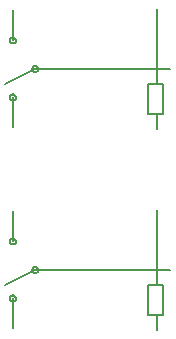
<source format=gbr>
G04 EAGLE Gerber RS-274X export*
G75*
%MOMM*%
%FSLAX34Y34*%
%LPD*%
%INSilkscreen Bottom*%
%IPPOS*%
%AMOC8*
5,1,8,0,0,1.08239X$1,22.5*%
G01*
%ADD10C,0.203200*%


D10*
X472440Y408940D02*
X472442Y409040D01*
X472448Y409141D01*
X472458Y409240D01*
X472472Y409340D01*
X472489Y409439D01*
X472511Y409537D01*
X472537Y409634D01*
X472566Y409730D01*
X472599Y409824D01*
X472636Y409918D01*
X472676Y410010D01*
X472720Y410100D01*
X472768Y410188D01*
X472819Y410275D01*
X472873Y410359D01*
X472931Y410441D01*
X472992Y410521D01*
X473056Y410598D01*
X473123Y410673D01*
X473193Y410745D01*
X473266Y410814D01*
X473341Y410880D01*
X473419Y410944D01*
X473499Y411004D01*
X473582Y411061D01*
X473667Y411114D01*
X473754Y411164D01*
X473843Y411211D01*
X473933Y411254D01*
X474025Y411294D01*
X474119Y411330D01*
X474214Y411362D01*
X474310Y411390D01*
X474408Y411415D01*
X474506Y411435D01*
X474605Y411452D01*
X474705Y411465D01*
X474804Y411474D01*
X474905Y411479D01*
X475005Y411480D01*
X475105Y411477D01*
X475206Y411470D01*
X475305Y411459D01*
X475405Y411444D01*
X475503Y411426D01*
X475601Y411403D01*
X475698Y411376D01*
X475793Y411346D01*
X475888Y411312D01*
X475981Y411274D01*
X476072Y411233D01*
X476162Y411188D01*
X476250Y411140D01*
X476336Y411088D01*
X476420Y411033D01*
X476501Y410974D01*
X476580Y410912D01*
X476657Y410848D01*
X476731Y410780D01*
X476802Y410709D01*
X476871Y410636D01*
X476936Y410560D01*
X476999Y410481D01*
X477058Y410400D01*
X477114Y410317D01*
X477167Y410232D01*
X477216Y410144D01*
X477262Y410055D01*
X477304Y409964D01*
X477343Y409871D01*
X477378Y409777D01*
X477409Y409682D01*
X477437Y409585D01*
X477460Y409488D01*
X477480Y409389D01*
X477496Y409290D01*
X477508Y409191D01*
X477516Y409090D01*
X477520Y408990D01*
X477520Y408890D01*
X477516Y408790D01*
X477508Y408689D01*
X477496Y408590D01*
X477480Y408491D01*
X477460Y408392D01*
X477437Y408295D01*
X477409Y408198D01*
X477378Y408103D01*
X477343Y408009D01*
X477304Y407916D01*
X477262Y407825D01*
X477216Y407736D01*
X477167Y407648D01*
X477114Y407563D01*
X477058Y407480D01*
X476999Y407399D01*
X476936Y407320D01*
X476871Y407244D01*
X476802Y407171D01*
X476731Y407100D01*
X476657Y407032D01*
X476580Y406968D01*
X476501Y406906D01*
X476420Y406847D01*
X476336Y406792D01*
X476250Y406740D01*
X476162Y406692D01*
X476072Y406647D01*
X475981Y406606D01*
X475888Y406568D01*
X475793Y406534D01*
X475698Y406504D01*
X475601Y406477D01*
X475503Y406454D01*
X475405Y406436D01*
X475305Y406421D01*
X475206Y406410D01*
X475105Y406403D01*
X475005Y406400D01*
X474905Y406401D01*
X474804Y406406D01*
X474705Y406415D01*
X474605Y406428D01*
X474506Y406445D01*
X474408Y406465D01*
X474310Y406490D01*
X474214Y406518D01*
X474119Y406550D01*
X474025Y406586D01*
X473933Y406626D01*
X473843Y406669D01*
X473754Y406716D01*
X473667Y406766D01*
X473582Y406819D01*
X473499Y406876D01*
X473419Y406936D01*
X473341Y407000D01*
X473266Y407066D01*
X473193Y407135D01*
X473123Y407207D01*
X473056Y407282D01*
X472992Y407359D01*
X472931Y407439D01*
X472873Y407521D01*
X472819Y407605D01*
X472768Y407692D01*
X472720Y407780D01*
X472676Y407870D01*
X472636Y407962D01*
X472599Y408056D01*
X472566Y408150D01*
X472537Y408246D01*
X472511Y408343D01*
X472489Y408441D01*
X472472Y408540D01*
X472458Y408640D01*
X472448Y408739D01*
X472442Y408840D01*
X472440Y408940D01*
X453390Y433070D02*
X453392Y433170D01*
X453398Y433271D01*
X453408Y433370D01*
X453422Y433470D01*
X453439Y433569D01*
X453461Y433667D01*
X453487Y433764D01*
X453516Y433860D01*
X453549Y433954D01*
X453586Y434048D01*
X453626Y434140D01*
X453670Y434230D01*
X453718Y434318D01*
X453769Y434405D01*
X453823Y434489D01*
X453881Y434571D01*
X453942Y434651D01*
X454006Y434728D01*
X454073Y434803D01*
X454143Y434875D01*
X454216Y434944D01*
X454291Y435010D01*
X454369Y435074D01*
X454449Y435134D01*
X454532Y435191D01*
X454617Y435244D01*
X454704Y435294D01*
X454793Y435341D01*
X454883Y435384D01*
X454975Y435424D01*
X455069Y435460D01*
X455164Y435492D01*
X455260Y435520D01*
X455358Y435545D01*
X455456Y435565D01*
X455555Y435582D01*
X455655Y435595D01*
X455754Y435604D01*
X455855Y435609D01*
X455955Y435610D01*
X456055Y435607D01*
X456156Y435600D01*
X456255Y435589D01*
X456355Y435574D01*
X456453Y435556D01*
X456551Y435533D01*
X456648Y435506D01*
X456743Y435476D01*
X456838Y435442D01*
X456931Y435404D01*
X457022Y435363D01*
X457112Y435318D01*
X457200Y435270D01*
X457286Y435218D01*
X457370Y435163D01*
X457451Y435104D01*
X457530Y435042D01*
X457607Y434978D01*
X457681Y434910D01*
X457752Y434839D01*
X457821Y434766D01*
X457886Y434690D01*
X457949Y434611D01*
X458008Y434530D01*
X458064Y434447D01*
X458117Y434362D01*
X458166Y434274D01*
X458212Y434185D01*
X458254Y434094D01*
X458293Y434001D01*
X458328Y433907D01*
X458359Y433812D01*
X458387Y433715D01*
X458410Y433618D01*
X458430Y433519D01*
X458446Y433420D01*
X458458Y433321D01*
X458466Y433220D01*
X458470Y433120D01*
X458470Y433020D01*
X458466Y432920D01*
X458458Y432819D01*
X458446Y432720D01*
X458430Y432621D01*
X458410Y432522D01*
X458387Y432425D01*
X458359Y432328D01*
X458328Y432233D01*
X458293Y432139D01*
X458254Y432046D01*
X458212Y431955D01*
X458166Y431866D01*
X458117Y431778D01*
X458064Y431693D01*
X458008Y431610D01*
X457949Y431529D01*
X457886Y431450D01*
X457821Y431374D01*
X457752Y431301D01*
X457681Y431230D01*
X457607Y431162D01*
X457530Y431098D01*
X457451Y431036D01*
X457370Y430977D01*
X457286Y430922D01*
X457200Y430870D01*
X457112Y430822D01*
X457022Y430777D01*
X456931Y430736D01*
X456838Y430698D01*
X456743Y430664D01*
X456648Y430634D01*
X456551Y430607D01*
X456453Y430584D01*
X456355Y430566D01*
X456255Y430551D01*
X456156Y430540D01*
X456055Y430533D01*
X455955Y430530D01*
X455855Y430531D01*
X455754Y430536D01*
X455655Y430545D01*
X455555Y430558D01*
X455456Y430575D01*
X455358Y430595D01*
X455260Y430620D01*
X455164Y430648D01*
X455069Y430680D01*
X454975Y430716D01*
X454883Y430756D01*
X454793Y430799D01*
X454704Y430846D01*
X454617Y430896D01*
X454532Y430949D01*
X454449Y431006D01*
X454369Y431066D01*
X454291Y431130D01*
X454216Y431196D01*
X454143Y431265D01*
X454073Y431337D01*
X454006Y431412D01*
X453942Y431489D01*
X453881Y431569D01*
X453823Y431651D01*
X453769Y431735D01*
X453718Y431822D01*
X453670Y431910D01*
X453626Y432000D01*
X453586Y432092D01*
X453549Y432186D01*
X453516Y432280D01*
X453487Y432376D01*
X453461Y432473D01*
X453439Y432571D01*
X453422Y432670D01*
X453408Y432770D01*
X453398Y432869D01*
X453392Y432970D01*
X453390Y433070D01*
X453390Y384810D02*
X453392Y384910D01*
X453398Y385011D01*
X453408Y385110D01*
X453422Y385210D01*
X453439Y385309D01*
X453461Y385407D01*
X453487Y385504D01*
X453516Y385600D01*
X453549Y385694D01*
X453586Y385788D01*
X453626Y385880D01*
X453670Y385970D01*
X453718Y386058D01*
X453769Y386145D01*
X453823Y386229D01*
X453881Y386311D01*
X453942Y386391D01*
X454006Y386468D01*
X454073Y386543D01*
X454143Y386615D01*
X454216Y386684D01*
X454291Y386750D01*
X454369Y386814D01*
X454449Y386874D01*
X454532Y386931D01*
X454617Y386984D01*
X454704Y387034D01*
X454793Y387081D01*
X454883Y387124D01*
X454975Y387164D01*
X455069Y387200D01*
X455164Y387232D01*
X455260Y387260D01*
X455358Y387285D01*
X455456Y387305D01*
X455555Y387322D01*
X455655Y387335D01*
X455754Y387344D01*
X455855Y387349D01*
X455955Y387350D01*
X456055Y387347D01*
X456156Y387340D01*
X456255Y387329D01*
X456355Y387314D01*
X456453Y387296D01*
X456551Y387273D01*
X456648Y387246D01*
X456743Y387216D01*
X456838Y387182D01*
X456931Y387144D01*
X457022Y387103D01*
X457112Y387058D01*
X457200Y387010D01*
X457286Y386958D01*
X457370Y386903D01*
X457451Y386844D01*
X457530Y386782D01*
X457607Y386718D01*
X457681Y386650D01*
X457752Y386579D01*
X457821Y386506D01*
X457886Y386430D01*
X457949Y386351D01*
X458008Y386270D01*
X458064Y386187D01*
X458117Y386102D01*
X458166Y386014D01*
X458212Y385925D01*
X458254Y385834D01*
X458293Y385741D01*
X458328Y385647D01*
X458359Y385552D01*
X458387Y385455D01*
X458410Y385358D01*
X458430Y385259D01*
X458446Y385160D01*
X458458Y385061D01*
X458466Y384960D01*
X458470Y384860D01*
X458470Y384760D01*
X458466Y384660D01*
X458458Y384559D01*
X458446Y384460D01*
X458430Y384361D01*
X458410Y384262D01*
X458387Y384165D01*
X458359Y384068D01*
X458328Y383973D01*
X458293Y383879D01*
X458254Y383786D01*
X458212Y383695D01*
X458166Y383606D01*
X458117Y383518D01*
X458064Y383433D01*
X458008Y383350D01*
X457949Y383269D01*
X457886Y383190D01*
X457821Y383114D01*
X457752Y383041D01*
X457681Y382970D01*
X457607Y382902D01*
X457530Y382838D01*
X457451Y382776D01*
X457370Y382717D01*
X457286Y382662D01*
X457200Y382610D01*
X457112Y382562D01*
X457022Y382517D01*
X456931Y382476D01*
X456838Y382438D01*
X456743Y382404D01*
X456648Y382374D01*
X456551Y382347D01*
X456453Y382324D01*
X456355Y382306D01*
X456255Y382291D01*
X456156Y382280D01*
X456055Y382273D01*
X455955Y382270D01*
X455855Y382271D01*
X455754Y382276D01*
X455655Y382285D01*
X455555Y382298D01*
X455456Y382315D01*
X455358Y382335D01*
X455260Y382360D01*
X455164Y382388D01*
X455069Y382420D01*
X454975Y382456D01*
X454883Y382496D01*
X454793Y382539D01*
X454704Y382586D01*
X454617Y382636D01*
X454532Y382689D01*
X454449Y382746D01*
X454369Y382806D01*
X454291Y382870D01*
X454216Y382936D01*
X454143Y383005D01*
X454073Y383077D01*
X454006Y383152D01*
X453942Y383229D01*
X453881Y383309D01*
X453823Y383391D01*
X453769Y383475D01*
X453718Y383562D01*
X453670Y383650D01*
X453626Y383740D01*
X453586Y383832D01*
X453549Y383926D01*
X453516Y384020D01*
X453487Y384116D01*
X453461Y384213D01*
X453439Y384311D01*
X453422Y384410D01*
X453408Y384510D01*
X453398Y384609D01*
X453392Y384710D01*
X453390Y384810D01*
X474980Y408940D02*
X589280Y408940D01*
X455930Y433070D02*
X455930Y458470D01*
X455930Y384810D02*
X455930Y359410D01*
X449580Y396240D02*
X474980Y408940D01*
X578280Y396240D02*
X578280Y459740D01*
X578280Y370840D02*
X578280Y358140D01*
X570230Y370840D02*
X570230Y396240D01*
X570230Y370840D02*
X582930Y370840D01*
X582930Y396240D01*
X570230Y396240D01*
X472440Y238760D02*
X472442Y238860D01*
X472448Y238961D01*
X472458Y239060D01*
X472472Y239160D01*
X472489Y239259D01*
X472511Y239357D01*
X472537Y239454D01*
X472566Y239550D01*
X472599Y239644D01*
X472636Y239738D01*
X472676Y239830D01*
X472720Y239920D01*
X472768Y240008D01*
X472819Y240095D01*
X472873Y240179D01*
X472931Y240261D01*
X472992Y240341D01*
X473056Y240418D01*
X473123Y240493D01*
X473193Y240565D01*
X473266Y240634D01*
X473341Y240700D01*
X473419Y240764D01*
X473499Y240824D01*
X473582Y240881D01*
X473667Y240934D01*
X473754Y240984D01*
X473843Y241031D01*
X473933Y241074D01*
X474025Y241114D01*
X474119Y241150D01*
X474214Y241182D01*
X474310Y241210D01*
X474408Y241235D01*
X474506Y241255D01*
X474605Y241272D01*
X474705Y241285D01*
X474804Y241294D01*
X474905Y241299D01*
X475005Y241300D01*
X475105Y241297D01*
X475206Y241290D01*
X475305Y241279D01*
X475405Y241264D01*
X475503Y241246D01*
X475601Y241223D01*
X475698Y241196D01*
X475793Y241166D01*
X475888Y241132D01*
X475981Y241094D01*
X476072Y241053D01*
X476162Y241008D01*
X476250Y240960D01*
X476336Y240908D01*
X476420Y240853D01*
X476501Y240794D01*
X476580Y240732D01*
X476657Y240668D01*
X476731Y240600D01*
X476802Y240529D01*
X476871Y240456D01*
X476936Y240380D01*
X476999Y240301D01*
X477058Y240220D01*
X477114Y240137D01*
X477167Y240052D01*
X477216Y239964D01*
X477262Y239875D01*
X477304Y239784D01*
X477343Y239691D01*
X477378Y239597D01*
X477409Y239502D01*
X477437Y239405D01*
X477460Y239308D01*
X477480Y239209D01*
X477496Y239110D01*
X477508Y239011D01*
X477516Y238910D01*
X477520Y238810D01*
X477520Y238710D01*
X477516Y238610D01*
X477508Y238509D01*
X477496Y238410D01*
X477480Y238311D01*
X477460Y238212D01*
X477437Y238115D01*
X477409Y238018D01*
X477378Y237923D01*
X477343Y237829D01*
X477304Y237736D01*
X477262Y237645D01*
X477216Y237556D01*
X477167Y237468D01*
X477114Y237383D01*
X477058Y237300D01*
X476999Y237219D01*
X476936Y237140D01*
X476871Y237064D01*
X476802Y236991D01*
X476731Y236920D01*
X476657Y236852D01*
X476580Y236788D01*
X476501Y236726D01*
X476420Y236667D01*
X476336Y236612D01*
X476250Y236560D01*
X476162Y236512D01*
X476072Y236467D01*
X475981Y236426D01*
X475888Y236388D01*
X475793Y236354D01*
X475698Y236324D01*
X475601Y236297D01*
X475503Y236274D01*
X475405Y236256D01*
X475305Y236241D01*
X475206Y236230D01*
X475105Y236223D01*
X475005Y236220D01*
X474905Y236221D01*
X474804Y236226D01*
X474705Y236235D01*
X474605Y236248D01*
X474506Y236265D01*
X474408Y236285D01*
X474310Y236310D01*
X474214Y236338D01*
X474119Y236370D01*
X474025Y236406D01*
X473933Y236446D01*
X473843Y236489D01*
X473754Y236536D01*
X473667Y236586D01*
X473582Y236639D01*
X473499Y236696D01*
X473419Y236756D01*
X473341Y236820D01*
X473266Y236886D01*
X473193Y236955D01*
X473123Y237027D01*
X473056Y237102D01*
X472992Y237179D01*
X472931Y237259D01*
X472873Y237341D01*
X472819Y237425D01*
X472768Y237512D01*
X472720Y237600D01*
X472676Y237690D01*
X472636Y237782D01*
X472599Y237876D01*
X472566Y237970D01*
X472537Y238066D01*
X472511Y238163D01*
X472489Y238261D01*
X472472Y238360D01*
X472458Y238460D01*
X472448Y238559D01*
X472442Y238660D01*
X472440Y238760D01*
X453390Y262890D02*
X453392Y262990D01*
X453398Y263091D01*
X453408Y263190D01*
X453422Y263290D01*
X453439Y263389D01*
X453461Y263487D01*
X453487Y263584D01*
X453516Y263680D01*
X453549Y263774D01*
X453586Y263868D01*
X453626Y263960D01*
X453670Y264050D01*
X453718Y264138D01*
X453769Y264225D01*
X453823Y264309D01*
X453881Y264391D01*
X453942Y264471D01*
X454006Y264548D01*
X454073Y264623D01*
X454143Y264695D01*
X454216Y264764D01*
X454291Y264830D01*
X454369Y264894D01*
X454449Y264954D01*
X454532Y265011D01*
X454617Y265064D01*
X454704Y265114D01*
X454793Y265161D01*
X454883Y265204D01*
X454975Y265244D01*
X455069Y265280D01*
X455164Y265312D01*
X455260Y265340D01*
X455358Y265365D01*
X455456Y265385D01*
X455555Y265402D01*
X455655Y265415D01*
X455754Y265424D01*
X455855Y265429D01*
X455955Y265430D01*
X456055Y265427D01*
X456156Y265420D01*
X456255Y265409D01*
X456355Y265394D01*
X456453Y265376D01*
X456551Y265353D01*
X456648Y265326D01*
X456743Y265296D01*
X456838Y265262D01*
X456931Y265224D01*
X457022Y265183D01*
X457112Y265138D01*
X457200Y265090D01*
X457286Y265038D01*
X457370Y264983D01*
X457451Y264924D01*
X457530Y264862D01*
X457607Y264798D01*
X457681Y264730D01*
X457752Y264659D01*
X457821Y264586D01*
X457886Y264510D01*
X457949Y264431D01*
X458008Y264350D01*
X458064Y264267D01*
X458117Y264182D01*
X458166Y264094D01*
X458212Y264005D01*
X458254Y263914D01*
X458293Y263821D01*
X458328Y263727D01*
X458359Y263632D01*
X458387Y263535D01*
X458410Y263438D01*
X458430Y263339D01*
X458446Y263240D01*
X458458Y263141D01*
X458466Y263040D01*
X458470Y262940D01*
X458470Y262840D01*
X458466Y262740D01*
X458458Y262639D01*
X458446Y262540D01*
X458430Y262441D01*
X458410Y262342D01*
X458387Y262245D01*
X458359Y262148D01*
X458328Y262053D01*
X458293Y261959D01*
X458254Y261866D01*
X458212Y261775D01*
X458166Y261686D01*
X458117Y261598D01*
X458064Y261513D01*
X458008Y261430D01*
X457949Y261349D01*
X457886Y261270D01*
X457821Y261194D01*
X457752Y261121D01*
X457681Y261050D01*
X457607Y260982D01*
X457530Y260918D01*
X457451Y260856D01*
X457370Y260797D01*
X457286Y260742D01*
X457200Y260690D01*
X457112Y260642D01*
X457022Y260597D01*
X456931Y260556D01*
X456838Y260518D01*
X456743Y260484D01*
X456648Y260454D01*
X456551Y260427D01*
X456453Y260404D01*
X456355Y260386D01*
X456255Y260371D01*
X456156Y260360D01*
X456055Y260353D01*
X455955Y260350D01*
X455855Y260351D01*
X455754Y260356D01*
X455655Y260365D01*
X455555Y260378D01*
X455456Y260395D01*
X455358Y260415D01*
X455260Y260440D01*
X455164Y260468D01*
X455069Y260500D01*
X454975Y260536D01*
X454883Y260576D01*
X454793Y260619D01*
X454704Y260666D01*
X454617Y260716D01*
X454532Y260769D01*
X454449Y260826D01*
X454369Y260886D01*
X454291Y260950D01*
X454216Y261016D01*
X454143Y261085D01*
X454073Y261157D01*
X454006Y261232D01*
X453942Y261309D01*
X453881Y261389D01*
X453823Y261471D01*
X453769Y261555D01*
X453718Y261642D01*
X453670Y261730D01*
X453626Y261820D01*
X453586Y261912D01*
X453549Y262006D01*
X453516Y262100D01*
X453487Y262196D01*
X453461Y262293D01*
X453439Y262391D01*
X453422Y262490D01*
X453408Y262590D01*
X453398Y262689D01*
X453392Y262790D01*
X453390Y262890D01*
X453390Y214630D02*
X453392Y214730D01*
X453398Y214831D01*
X453408Y214930D01*
X453422Y215030D01*
X453439Y215129D01*
X453461Y215227D01*
X453487Y215324D01*
X453516Y215420D01*
X453549Y215514D01*
X453586Y215608D01*
X453626Y215700D01*
X453670Y215790D01*
X453718Y215878D01*
X453769Y215965D01*
X453823Y216049D01*
X453881Y216131D01*
X453942Y216211D01*
X454006Y216288D01*
X454073Y216363D01*
X454143Y216435D01*
X454216Y216504D01*
X454291Y216570D01*
X454369Y216634D01*
X454449Y216694D01*
X454532Y216751D01*
X454617Y216804D01*
X454704Y216854D01*
X454793Y216901D01*
X454883Y216944D01*
X454975Y216984D01*
X455069Y217020D01*
X455164Y217052D01*
X455260Y217080D01*
X455358Y217105D01*
X455456Y217125D01*
X455555Y217142D01*
X455655Y217155D01*
X455754Y217164D01*
X455855Y217169D01*
X455955Y217170D01*
X456055Y217167D01*
X456156Y217160D01*
X456255Y217149D01*
X456355Y217134D01*
X456453Y217116D01*
X456551Y217093D01*
X456648Y217066D01*
X456743Y217036D01*
X456838Y217002D01*
X456931Y216964D01*
X457022Y216923D01*
X457112Y216878D01*
X457200Y216830D01*
X457286Y216778D01*
X457370Y216723D01*
X457451Y216664D01*
X457530Y216602D01*
X457607Y216538D01*
X457681Y216470D01*
X457752Y216399D01*
X457821Y216326D01*
X457886Y216250D01*
X457949Y216171D01*
X458008Y216090D01*
X458064Y216007D01*
X458117Y215922D01*
X458166Y215834D01*
X458212Y215745D01*
X458254Y215654D01*
X458293Y215561D01*
X458328Y215467D01*
X458359Y215372D01*
X458387Y215275D01*
X458410Y215178D01*
X458430Y215079D01*
X458446Y214980D01*
X458458Y214881D01*
X458466Y214780D01*
X458470Y214680D01*
X458470Y214580D01*
X458466Y214480D01*
X458458Y214379D01*
X458446Y214280D01*
X458430Y214181D01*
X458410Y214082D01*
X458387Y213985D01*
X458359Y213888D01*
X458328Y213793D01*
X458293Y213699D01*
X458254Y213606D01*
X458212Y213515D01*
X458166Y213426D01*
X458117Y213338D01*
X458064Y213253D01*
X458008Y213170D01*
X457949Y213089D01*
X457886Y213010D01*
X457821Y212934D01*
X457752Y212861D01*
X457681Y212790D01*
X457607Y212722D01*
X457530Y212658D01*
X457451Y212596D01*
X457370Y212537D01*
X457286Y212482D01*
X457200Y212430D01*
X457112Y212382D01*
X457022Y212337D01*
X456931Y212296D01*
X456838Y212258D01*
X456743Y212224D01*
X456648Y212194D01*
X456551Y212167D01*
X456453Y212144D01*
X456355Y212126D01*
X456255Y212111D01*
X456156Y212100D01*
X456055Y212093D01*
X455955Y212090D01*
X455855Y212091D01*
X455754Y212096D01*
X455655Y212105D01*
X455555Y212118D01*
X455456Y212135D01*
X455358Y212155D01*
X455260Y212180D01*
X455164Y212208D01*
X455069Y212240D01*
X454975Y212276D01*
X454883Y212316D01*
X454793Y212359D01*
X454704Y212406D01*
X454617Y212456D01*
X454532Y212509D01*
X454449Y212566D01*
X454369Y212626D01*
X454291Y212690D01*
X454216Y212756D01*
X454143Y212825D01*
X454073Y212897D01*
X454006Y212972D01*
X453942Y213049D01*
X453881Y213129D01*
X453823Y213211D01*
X453769Y213295D01*
X453718Y213382D01*
X453670Y213470D01*
X453626Y213560D01*
X453586Y213652D01*
X453549Y213746D01*
X453516Y213840D01*
X453487Y213936D01*
X453461Y214033D01*
X453439Y214131D01*
X453422Y214230D01*
X453408Y214330D01*
X453398Y214429D01*
X453392Y214530D01*
X453390Y214630D01*
X474980Y238760D02*
X589280Y238760D01*
X455930Y262890D02*
X455930Y288290D01*
X455930Y214630D02*
X455930Y189230D01*
X449580Y226060D02*
X474980Y238760D01*
X578280Y226060D02*
X578280Y289560D01*
X578280Y200660D02*
X578280Y187960D01*
X570230Y200660D02*
X570230Y226060D01*
X570230Y200660D02*
X582930Y200660D01*
X582930Y226060D01*
X570230Y226060D01*
M02*

</source>
